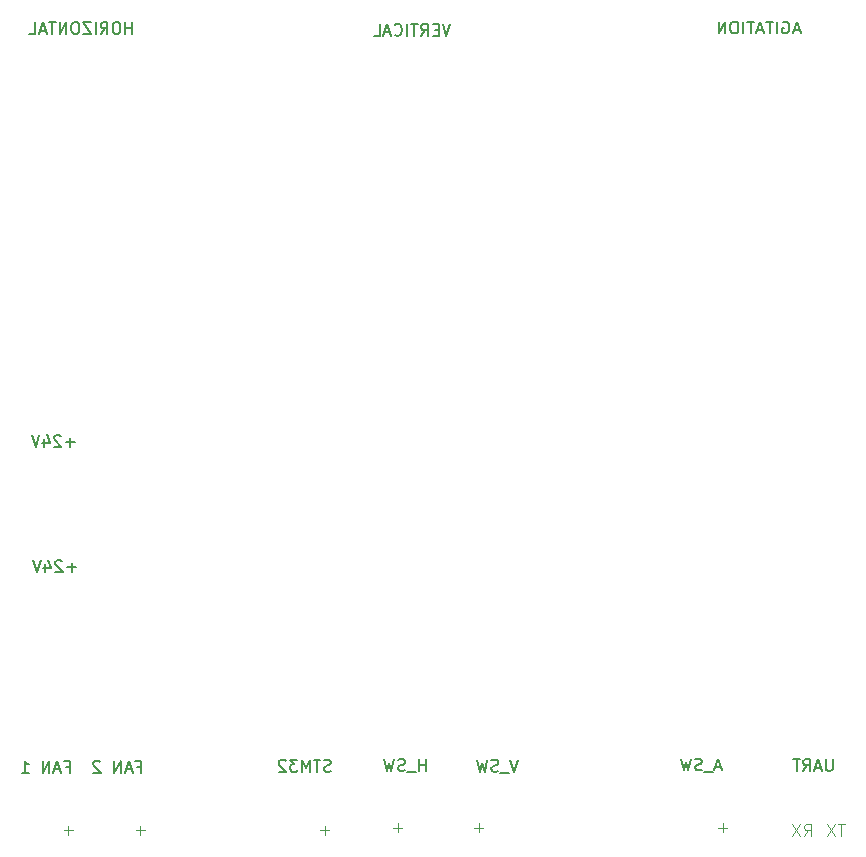
<source format=gbr>
%TF.GenerationSoftware,KiCad,Pcbnew,9.0.0*%
%TF.CreationDate,2025-05-09T16:36:09-07:00*%
%TF.ProjectId,Motor_Controller_Board_v1,4d6f746f-725f-4436-9f6e-74726f6c6c65,v1*%
%TF.SameCoordinates,Original*%
%TF.FileFunction,Legend,Bot*%
%TF.FilePolarity,Positive*%
%FSLAX46Y46*%
G04 Gerber Fmt 4.6, Leading zero omitted, Abs format (unit mm)*
G04 Created by KiCad (PCBNEW 9.0.0) date 2025-05-09 16:36:09*
%MOMM*%
%LPD*%
G01*
G04 APERTURE LIST*
%ADD10C,0.100000*%
%ADD11C,0.200000*%
G04 APERTURE END LIST*
D10*
X118396115Y-147891466D02*
X117634211Y-147891466D01*
X118015163Y-148272419D02*
X118015163Y-147510514D01*
D11*
X123846993Y-142493409D02*
X124180326Y-142493409D01*
X124180326Y-143017219D02*
X124180326Y-142017219D01*
X124180326Y-142017219D02*
X123704136Y-142017219D01*
X123370802Y-142731504D02*
X122894612Y-142731504D01*
X123466040Y-143017219D02*
X123132707Y-142017219D01*
X123132707Y-142017219D02*
X122799374Y-143017219D01*
X122466040Y-143017219D02*
X122466040Y-142017219D01*
X122466040Y-142017219D02*
X121894612Y-143017219D01*
X121894612Y-143017219D02*
X121894612Y-142017219D01*
X120704135Y-142112457D02*
X120656516Y-142064838D01*
X120656516Y-142064838D02*
X120561278Y-142017219D01*
X120561278Y-142017219D02*
X120323183Y-142017219D01*
X120323183Y-142017219D02*
X120227945Y-142064838D01*
X120227945Y-142064838D02*
X120180326Y-142112457D01*
X120180326Y-142112457D02*
X120132707Y-142207695D01*
X120132707Y-142207695D02*
X120132707Y-142302933D01*
X120132707Y-142302933D02*
X120180326Y-142445790D01*
X120180326Y-142445790D02*
X120751754Y-143017219D01*
X120751754Y-143017219D02*
X120132707Y-143017219D01*
X179927945Y-80131504D02*
X179451755Y-80131504D01*
X180023183Y-80417219D02*
X179689850Y-79417219D01*
X179689850Y-79417219D02*
X179356517Y-80417219D01*
X178499374Y-79464838D02*
X178594612Y-79417219D01*
X178594612Y-79417219D02*
X178737469Y-79417219D01*
X178737469Y-79417219D02*
X178880326Y-79464838D01*
X178880326Y-79464838D02*
X178975564Y-79560076D01*
X178975564Y-79560076D02*
X179023183Y-79655314D01*
X179023183Y-79655314D02*
X179070802Y-79845790D01*
X179070802Y-79845790D02*
X179070802Y-79988647D01*
X179070802Y-79988647D02*
X179023183Y-80179123D01*
X179023183Y-80179123D02*
X178975564Y-80274361D01*
X178975564Y-80274361D02*
X178880326Y-80369600D01*
X178880326Y-80369600D02*
X178737469Y-80417219D01*
X178737469Y-80417219D02*
X178642231Y-80417219D01*
X178642231Y-80417219D02*
X178499374Y-80369600D01*
X178499374Y-80369600D02*
X178451755Y-80321980D01*
X178451755Y-80321980D02*
X178451755Y-79988647D01*
X178451755Y-79988647D02*
X178642231Y-79988647D01*
X178023183Y-80417219D02*
X178023183Y-79417219D01*
X177689850Y-79417219D02*
X177118422Y-79417219D01*
X177404136Y-80417219D02*
X177404136Y-79417219D01*
X176832707Y-80131504D02*
X176356517Y-80131504D01*
X176927945Y-80417219D02*
X176594612Y-79417219D01*
X176594612Y-79417219D02*
X176261279Y-80417219D01*
X176070802Y-79417219D02*
X175499374Y-79417219D01*
X175785088Y-80417219D02*
X175785088Y-79417219D01*
X175166040Y-80417219D02*
X175166040Y-79417219D01*
X174499374Y-79417219D02*
X174308898Y-79417219D01*
X174308898Y-79417219D02*
X174213660Y-79464838D01*
X174213660Y-79464838D02*
X174118422Y-79560076D01*
X174118422Y-79560076D02*
X174070803Y-79750552D01*
X174070803Y-79750552D02*
X174070803Y-80083885D01*
X174070803Y-80083885D02*
X174118422Y-80274361D01*
X174118422Y-80274361D02*
X174213660Y-80369600D01*
X174213660Y-80369600D02*
X174308898Y-80417219D01*
X174308898Y-80417219D02*
X174499374Y-80417219D01*
X174499374Y-80417219D02*
X174594612Y-80369600D01*
X174594612Y-80369600D02*
X174689850Y-80274361D01*
X174689850Y-80274361D02*
X174737469Y-80083885D01*
X174737469Y-80083885D02*
X174737469Y-79750552D01*
X174737469Y-79750552D02*
X174689850Y-79560076D01*
X174689850Y-79560076D02*
X174594612Y-79464838D01*
X174594612Y-79464838D02*
X174499374Y-79417219D01*
X173642231Y-80417219D02*
X173642231Y-79417219D01*
X173642231Y-79417219D02*
X173070803Y-80417219D01*
X173070803Y-80417219D02*
X173070803Y-79417219D01*
D10*
X140096115Y-147891466D02*
X139334211Y-147891466D01*
X139715163Y-148272419D02*
X139715163Y-147510514D01*
X173796115Y-147691466D02*
X173034211Y-147691466D01*
X173415163Y-148072419D02*
X173415163Y-147310514D01*
D11*
X140227945Y-142869600D02*
X140085088Y-142917219D01*
X140085088Y-142917219D02*
X139846993Y-142917219D01*
X139846993Y-142917219D02*
X139751755Y-142869600D01*
X139751755Y-142869600D02*
X139704136Y-142821980D01*
X139704136Y-142821980D02*
X139656517Y-142726742D01*
X139656517Y-142726742D02*
X139656517Y-142631504D01*
X139656517Y-142631504D02*
X139704136Y-142536266D01*
X139704136Y-142536266D02*
X139751755Y-142488647D01*
X139751755Y-142488647D02*
X139846993Y-142441028D01*
X139846993Y-142441028D02*
X140037469Y-142393409D01*
X140037469Y-142393409D02*
X140132707Y-142345790D01*
X140132707Y-142345790D02*
X140180326Y-142298171D01*
X140180326Y-142298171D02*
X140227945Y-142202933D01*
X140227945Y-142202933D02*
X140227945Y-142107695D01*
X140227945Y-142107695D02*
X140180326Y-142012457D01*
X140180326Y-142012457D02*
X140132707Y-141964838D01*
X140132707Y-141964838D02*
X140037469Y-141917219D01*
X140037469Y-141917219D02*
X139799374Y-141917219D01*
X139799374Y-141917219D02*
X139656517Y-141964838D01*
X139370802Y-141917219D02*
X138799374Y-141917219D01*
X139085088Y-142917219D02*
X139085088Y-141917219D01*
X138466040Y-142917219D02*
X138466040Y-141917219D01*
X138466040Y-141917219D02*
X138132707Y-142631504D01*
X138132707Y-142631504D02*
X137799374Y-141917219D01*
X137799374Y-141917219D02*
X137799374Y-142917219D01*
X137418421Y-141917219D02*
X136799374Y-141917219D01*
X136799374Y-141917219D02*
X137132707Y-142298171D01*
X137132707Y-142298171D02*
X136989850Y-142298171D01*
X136989850Y-142298171D02*
X136894612Y-142345790D01*
X136894612Y-142345790D02*
X136846993Y-142393409D01*
X136846993Y-142393409D02*
X136799374Y-142488647D01*
X136799374Y-142488647D02*
X136799374Y-142726742D01*
X136799374Y-142726742D02*
X136846993Y-142821980D01*
X136846993Y-142821980D02*
X136894612Y-142869600D01*
X136894612Y-142869600D02*
X136989850Y-142917219D01*
X136989850Y-142917219D02*
X137275564Y-142917219D01*
X137275564Y-142917219D02*
X137370802Y-142869600D01*
X137370802Y-142869600D02*
X137418421Y-142821980D01*
X136418421Y-142012457D02*
X136370802Y-141964838D01*
X136370802Y-141964838D02*
X136275564Y-141917219D01*
X136275564Y-141917219D02*
X136037469Y-141917219D01*
X136037469Y-141917219D02*
X135942231Y-141964838D01*
X135942231Y-141964838D02*
X135894612Y-142012457D01*
X135894612Y-142012457D02*
X135846993Y-142107695D01*
X135846993Y-142107695D02*
X135846993Y-142202933D01*
X135846993Y-142202933D02*
X135894612Y-142345790D01*
X135894612Y-142345790D02*
X136466040Y-142917219D01*
X136466040Y-142917219D02*
X135846993Y-142917219D01*
D10*
X153146115Y-147691466D02*
X152384211Y-147691466D01*
X152765163Y-148072419D02*
X152765163Y-147310514D01*
D11*
X118580326Y-115036266D02*
X117818422Y-115036266D01*
X118199374Y-115417219D02*
X118199374Y-114655314D01*
X117389850Y-114512457D02*
X117342231Y-114464838D01*
X117342231Y-114464838D02*
X117246993Y-114417219D01*
X117246993Y-114417219D02*
X117008898Y-114417219D01*
X117008898Y-114417219D02*
X116913660Y-114464838D01*
X116913660Y-114464838D02*
X116866041Y-114512457D01*
X116866041Y-114512457D02*
X116818422Y-114607695D01*
X116818422Y-114607695D02*
X116818422Y-114702933D01*
X116818422Y-114702933D02*
X116866041Y-114845790D01*
X116866041Y-114845790D02*
X117437469Y-115417219D01*
X117437469Y-115417219D02*
X116818422Y-115417219D01*
X115961279Y-114750552D02*
X115961279Y-115417219D01*
X116199374Y-114369600D02*
X116437469Y-115083885D01*
X116437469Y-115083885D02*
X115818422Y-115083885D01*
X115580326Y-114417219D02*
X115246993Y-115417219D01*
X115246993Y-115417219D02*
X114913660Y-114417219D01*
X117796993Y-142493409D02*
X118130326Y-142493409D01*
X118130326Y-143017219D02*
X118130326Y-142017219D01*
X118130326Y-142017219D02*
X117654136Y-142017219D01*
X117320802Y-142731504D02*
X116844612Y-142731504D01*
X117416040Y-143017219D02*
X117082707Y-142017219D01*
X117082707Y-142017219D02*
X116749374Y-143017219D01*
X116416040Y-143017219D02*
X116416040Y-142017219D01*
X116416040Y-142017219D02*
X115844612Y-143017219D01*
X115844612Y-143017219D02*
X115844612Y-142017219D01*
X114082707Y-143017219D02*
X114654135Y-143017219D01*
X114368421Y-143017219D02*
X114368421Y-142017219D01*
X114368421Y-142017219D02*
X114463659Y-142160076D01*
X114463659Y-142160076D02*
X114558897Y-142255314D01*
X114558897Y-142255314D02*
X114654135Y-142302933D01*
X148280326Y-142867219D02*
X148280326Y-141867219D01*
X148280326Y-142343409D02*
X147708898Y-142343409D01*
X147708898Y-142867219D02*
X147708898Y-141867219D01*
X147470803Y-142962457D02*
X146708898Y-142962457D01*
X146518421Y-142819600D02*
X146375564Y-142867219D01*
X146375564Y-142867219D02*
X146137469Y-142867219D01*
X146137469Y-142867219D02*
X146042231Y-142819600D01*
X146042231Y-142819600D02*
X145994612Y-142771980D01*
X145994612Y-142771980D02*
X145946993Y-142676742D01*
X145946993Y-142676742D02*
X145946993Y-142581504D01*
X145946993Y-142581504D02*
X145994612Y-142486266D01*
X145994612Y-142486266D02*
X146042231Y-142438647D01*
X146042231Y-142438647D02*
X146137469Y-142391028D01*
X146137469Y-142391028D02*
X146327945Y-142343409D01*
X146327945Y-142343409D02*
X146423183Y-142295790D01*
X146423183Y-142295790D02*
X146470802Y-142248171D01*
X146470802Y-142248171D02*
X146518421Y-142152933D01*
X146518421Y-142152933D02*
X146518421Y-142057695D01*
X146518421Y-142057695D02*
X146470802Y-141962457D01*
X146470802Y-141962457D02*
X146423183Y-141914838D01*
X146423183Y-141914838D02*
X146327945Y-141867219D01*
X146327945Y-141867219D02*
X146089850Y-141867219D01*
X146089850Y-141867219D02*
X145946993Y-141914838D01*
X145613659Y-141867219D02*
X145375564Y-142867219D01*
X145375564Y-142867219D02*
X145185088Y-142152933D01*
X145185088Y-142152933D02*
X144994612Y-142867219D01*
X144994612Y-142867219D02*
X144756517Y-141867219D01*
X150373183Y-79617219D02*
X150039850Y-80617219D01*
X150039850Y-80617219D02*
X149706517Y-79617219D01*
X149373183Y-80093409D02*
X149039850Y-80093409D01*
X148896993Y-80617219D02*
X149373183Y-80617219D01*
X149373183Y-80617219D02*
X149373183Y-79617219D01*
X149373183Y-79617219D02*
X148896993Y-79617219D01*
X147896993Y-80617219D02*
X148230326Y-80141028D01*
X148468421Y-80617219D02*
X148468421Y-79617219D01*
X148468421Y-79617219D02*
X148087469Y-79617219D01*
X148087469Y-79617219D02*
X147992231Y-79664838D01*
X147992231Y-79664838D02*
X147944612Y-79712457D01*
X147944612Y-79712457D02*
X147896993Y-79807695D01*
X147896993Y-79807695D02*
X147896993Y-79950552D01*
X147896993Y-79950552D02*
X147944612Y-80045790D01*
X147944612Y-80045790D02*
X147992231Y-80093409D01*
X147992231Y-80093409D02*
X148087469Y-80141028D01*
X148087469Y-80141028D02*
X148468421Y-80141028D01*
X147611278Y-79617219D02*
X147039850Y-79617219D01*
X147325564Y-80617219D02*
X147325564Y-79617219D01*
X146706516Y-80617219D02*
X146706516Y-79617219D01*
X145658898Y-80521980D02*
X145706517Y-80569600D01*
X145706517Y-80569600D02*
X145849374Y-80617219D01*
X145849374Y-80617219D02*
X145944612Y-80617219D01*
X145944612Y-80617219D02*
X146087469Y-80569600D01*
X146087469Y-80569600D02*
X146182707Y-80474361D01*
X146182707Y-80474361D02*
X146230326Y-80379123D01*
X146230326Y-80379123D02*
X146277945Y-80188647D01*
X146277945Y-80188647D02*
X146277945Y-80045790D01*
X146277945Y-80045790D02*
X146230326Y-79855314D01*
X146230326Y-79855314D02*
X146182707Y-79760076D01*
X146182707Y-79760076D02*
X146087469Y-79664838D01*
X146087469Y-79664838D02*
X145944612Y-79617219D01*
X145944612Y-79617219D02*
X145849374Y-79617219D01*
X145849374Y-79617219D02*
X145706517Y-79664838D01*
X145706517Y-79664838D02*
X145658898Y-79712457D01*
X145277945Y-80331504D02*
X144801755Y-80331504D01*
X145373183Y-80617219D02*
X145039850Y-79617219D01*
X145039850Y-79617219D02*
X144706517Y-80617219D01*
X143896993Y-80617219D02*
X144373183Y-80617219D01*
X144373183Y-80617219D02*
X144373183Y-79617219D01*
X173277945Y-142531504D02*
X172801755Y-142531504D01*
X173373183Y-142817219D02*
X173039850Y-141817219D01*
X173039850Y-141817219D02*
X172706517Y-142817219D01*
X172611279Y-142912457D02*
X171849374Y-142912457D01*
X171658897Y-142769600D02*
X171516040Y-142817219D01*
X171516040Y-142817219D02*
X171277945Y-142817219D01*
X171277945Y-142817219D02*
X171182707Y-142769600D01*
X171182707Y-142769600D02*
X171135088Y-142721980D01*
X171135088Y-142721980D02*
X171087469Y-142626742D01*
X171087469Y-142626742D02*
X171087469Y-142531504D01*
X171087469Y-142531504D02*
X171135088Y-142436266D01*
X171135088Y-142436266D02*
X171182707Y-142388647D01*
X171182707Y-142388647D02*
X171277945Y-142341028D01*
X171277945Y-142341028D02*
X171468421Y-142293409D01*
X171468421Y-142293409D02*
X171563659Y-142245790D01*
X171563659Y-142245790D02*
X171611278Y-142198171D01*
X171611278Y-142198171D02*
X171658897Y-142102933D01*
X171658897Y-142102933D02*
X171658897Y-142007695D01*
X171658897Y-142007695D02*
X171611278Y-141912457D01*
X171611278Y-141912457D02*
X171563659Y-141864838D01*
X171563659Y-141864838D02*
X171468421Y-141817219D01*
X171468421Y-141817219D02*
X171230326Y-141817219D01*
X171230326Y-141817219D02*
X171087469Y-141864838D01*
X170754135Y-141817219D02*
X170516040Y-142817219D01*
X170516040Y-142817219D02*
X170325564Y-142102933D01*
X170325564Y-142102933D02*
X170135088Y-142817219D01*
X170135088Y-142817219D02*
X169896993Y-141817219D01*
D10*
X146296115Y-147691466D02*
X145534211Y-147691466D01*
X145915163Y-148072419D02*
X145915163Y-147310514D01*
D11*
X156123183Y-141917219D02*
X155789850Y-142917219D01*
X155789850Y-142917219D02*
X155456517Y-141917219D01*
X155361279Y-143012457D02*
X154599374Y-143012457D01*
X154408897Y-142869600D02*
X154266040Y-142917219D01*
X154266040Y-142917219D02*
X154027945Y-142917219D01*
X154027945Y-142917219D02*
X153932707Y-142869600D01*
X153932707Y-142869600D02*
X153885088Y-142821980D01*
X153885088Y-142821980D02*
X153837469Y-142726742D01*
X153837469Y-142726742D02*
X153837469Y-142631504D01*
X153837469Y-142631504D02*
X153885088Y-142536266D01*
X153885088Y-142536266D02*
X153932707Y-142488647D01*
X153932707Y-142488647D02*
X154027945Y-142441028D01*
X154027945Y-142441028D02*
X154218421Y-142393409D01*
X154218421Y-142393409D02*
X154313659Y-142345790D01*
X154313659Y-142345790D02*
X154361278Y-142298171D01*
X154361278Y-142298171D02*
X154408897Y-142202933D01*
X154408897Y-142202933D02*
X154408897Y-142107695D01*
X154408897Y-142107695D02*
X154361278Y-142012457D01*
X154361278Y-142012457D02*
X154313659Y-141964838D01*
X154313659Y-141964838D02*
X154218421Y-141917219D01*
X154218421Y-141917219D02*
X153980326Y-141917219D01*
X153980326Y-141917219D02*
X153837469Y-141964838D01*
X153504135Y-141917219D02*
X153266040Y-142917219D01*
X153266040Y-142917219D02*
X153075564Y-142202933D01*
X153075564Y-142202933D02*
X152885088Y-142917219D01*
X152885088Y-142917219D02*
X152646993Y-141917219D01*
X182730326Y-141867219D02*
X182730326Y-142676742D01*
X182730326Y-142676742D02*
X182682707Y-142771980D01*
X182682707Y-142771980D02*
X182635088Y-142819600D01*
X182635088Y-142819600D02*
X182539850Y-142867219D01*
X182539850Y-142867219D02*
X182349374Y-142867219D01*
X182349374Y-142867219D02*
X182254136Y-142819600D01*
X182254136Y-142819600D02*
X182206517Y-142771980D01*
X182206517Y-142771980D02*
X182158898Y-142676742D01*
X182158898Y-142676742D02*
X182158898Y-141867219D01*
X181730326Y-142581504D02*
X181254136Y-142581504D01*
X181825564Y-142867219D02*
X181492231Y-141867219D01*
X181492231Y-141867219D02*
X181158898Y-142867219D01*
X180254136Y-142867219D02*
X180587469Y-142391028D01*
X180825564Y-142867219D02*
X180825564Y-141867219D01*
X180825564Y-141867219D02*
X180444612Y-141867219D01*
X180444612Y-141867219D02*
X180349374Y-141914838D01*
X180349374Y-141914838D02*
X180301755Y-141962457D01*
X180301755Y-141962457D02*
X180254136Y-142057695D01*
X180254136Y-142057695D02*
X180254136Y-142200552D01*
X180254136Y-142200552D02*
X180301755Y-142295790D01*
X180301755Y-142295790D02*
X180349374Y-142343409D01*
X180349374Y-142343409D02*
X180444612Y-142391028D01*
X180444612Y-142391028D02*
X180825564Y-142391028D01*
X179968421Y-141867219D02*
X179396993Y-141867219D01*
X179682707Y-142867219D02*
X179682707Y-141867219D01*
D10*
X180324687Y-148372419D02*
X180658020Y-147896228D01*
X180896115Y-148372419D02*
X180896115Y-147372419D01*
X180896115Y-147372419D02*
X180515163Y-147372419D01*
X180515163Y-147372419D02*
X180419925Y-147420038D01*
X180419925Y-147420038D02*
X180372306Y-147467657D01*
X180372306Y-147467657D02*
X180324687Y-147562895D01*
X180324687Y-147562895D02*
X180324687Y-147705752D01*
X180324687Y-147705752D02*
X180372306Y-147800990D01*
X180372306Y-147800990D02*
X180419925Y-147848609D01*
X180419925Y-147848609D02*
X180515163Y-147896228D01*
X180515163Y-147896228D02*
X180896115Y-147896228D01*
X179991353Y-147372419D02*
X179324687Y-148372419D01*
X179324687Y-147372419D02*
X179991353Y-148372419D01*
D11*
X123430326Y-80467219D02*
X123430326Y-79467219D01*
X123430326Y-79943409D02*
X122858898Y-79943409D01*
X122858898Y-80467219D02*
X122858898Y-79467219D01*
X122192231Y-79467219D02*
X122001755Y-79467219D01*
X122001755Y-79467219D02*
X121906517Y-79514838D01*
X121906517Y-79514838D02*
X121811279Y-79610076D01*
X121811279Y-79610076D02*
X121763660Y-79800552D01*
X121763660Y-79800552D02*
X121763660Y-80133885D01*
X121763660Y-80133885D02*
X121811279Y-80324361D01*
X121811279Y-80324361D02*
X121906517Y-80419600D01*
X121906517Y-80419600D02*
X122001755Y-80467219D01*
X122001755Y-80467219D02*
X122192231Y-80467219D01*
X122192231Y-80467219D02*
X122287469Y-80419600D01*
X122287469Y-80419600D02*
X122382707Y-80324361D01*
X122382707Y-80324361D02*
X122430326Y-80133885D01*
X122430326Y-80133885D02*
X122430326Y-79800552D01*
X122430326Y-79800552D02*
X122382707Y-79610076D01*
X122382707Y-79610076D02*
X122287469Y-79514838D01*
X122287469Y-79514838D02*
X122192231Y-79467219D01*
X120763660Y-80467219D02*
X121096993Y-79991028D01*
X121335088Y-80467219D02*
X121335088Y-79467219D01*
X121335088Y-79467219D02*
X120954136Y-79467219D01*
X120954136Y-79467219D02*
X120858898Y-79514838D01*
X120858898Y-79514838D02*
X120811279Y-79562457D01*
X120811279Y-79562457D02*
X120763660Y-79657695D01*
X120763660Y-79657695D02*
X120763660Y-79800552D01*
X120763660Y-79800552D02*
X120811279Y-79895790D01*
X120811279Y-79895790D02*
X120858898Y-79943409D01*
X120858898Y-79943409D02*
X120954136Y-79991028D01*
X120954136Y-79991028D02*
X121335088Y-79991028D01*
X120335088Y-80467219D02*
X120335088Y-79467219D01*
X119954136Y-79467219D02*
X119287470Y-79467219D01*
X119287470Y-79467219D02*
X119954136Y-80467219D01*
X119954136Y-80467219D02*
X119287470Y-80467219D01*
X118716041Y-79467219D02*
X118525565Y-79467219D01*
X118525565Y-79467219D02*
X118430327Y-79514838D01*
X118430327Y-79514838D02*
X118335089Y-79610076D01*
X118335089Y-79610076D02*
X118287470Y-79800552D01*
X118287470Y-79800552D02*
X118287470Y-80133885D01*
X118287470Y-80133885D02*
X118335089Y-80324361D01*
X118335089Y-80324361D02*
X118430327Y-80419600D01*
X118430327Y-80419600D02*
X118525565Y-80467219D01*
X118525565Y-80467219D02*
X118716041Y-80467219D01*
X118716041Y-80467219D02*
X118811279Y-80419600D01*
X118811279Y-80419600D02*
X118906517Y-80324361D01*
X118906517Y-80324361D02*
X118954136Y-80133885D01*
X118954136Y-80133885D02*
X118954136Y-79800552D01*
X118954136Y-79800552D02*
X118906517Y-79610076D01*
X118906517Y-79610076D02*
X118811279Y-79514838D01*
X118811279Y-79514838D02*
X118716041Y-79467219D01*
X117858898Y-80467219D02*
X117858898Y-79467219D01*
X117858898Y-79467219D02*
X117287470Y-80467219D01*
X117287470Y-80467219D02*
X117287470Y-79467219D01*
X116954136Y-79467219D02*
X116382708Y-79467219D01*
X116668422Y-80467219D02*
X116668422Y-79467219D01*
X116096993Y-80181504D02*
X115620803Y-80181504D01*
X116192231Y-80467219D02*
X115858898Y-79467219D01*
X115858898Y-79467219D02*
X115525565Y-80467219D01*
X114716041Y-80467219D02*
X115192231Y-80467219D01*
X115192231Y-80467219D02*
X115192231Y-79467219D01*
D10*
X183738972Y-147372419D02*
X183167544Y-147372419D01*
X183453258Y-148372419D02*
X183453258Y-147372419D01*
X182929448Y-147372419D02*
X182262782Y-148372419D01*
X182262782Y-147372419D02*
X182929448Y-148372419D01*
D11*
X118680326Y-125636266D02*
X117918422Y-125636266D01*
X118299374Y-126017219D02*
X118299374Y-125255314D01*
X117489850Y-125112457D02*
X117442231Y-125064838D01*
X117442231Y-125064838D02*
X117346993Y-125017219D01*
X117346993Y-125017219D02*
X117108898Y-125017219D01*
X117108898Y-125017219D02*
X117013660Y-125064838D01*
X117013660Y-125064838D02*
X116966041Y-125112457D01*
X116966041Y-125112457D02*
X116918422Y-125207695D01*
X116918422Y-125207695D02*
X116918422Y-125302933D01*
X116918422Y-125302933D02*
X116966041Y-125445790D01*
X116966041Y-125445790D02*
X117537469Y-126017219D01*
X117537469Y-126017219D02*
X116918422Y-126017219D01*
X116061279Y-125350552D02*
X116061279Y-126017219D01*
X116299374Y-124969600D02*
X116537469Y-125683885D01*
X116537469Y-125683885D02*
X115918422Y-125683885D01*
X115680326Y-125017219D02*
X115346993Y-126017219D01*
X115346993Y-126017219D02*
X115013660Y-125017219D01*
D10*
X124496115Y-147891466D02*
X123734211Y-147891466D01*
X124115163Y-148272419D02*
X124115163Y-147510514D01*
M02*

</source>
